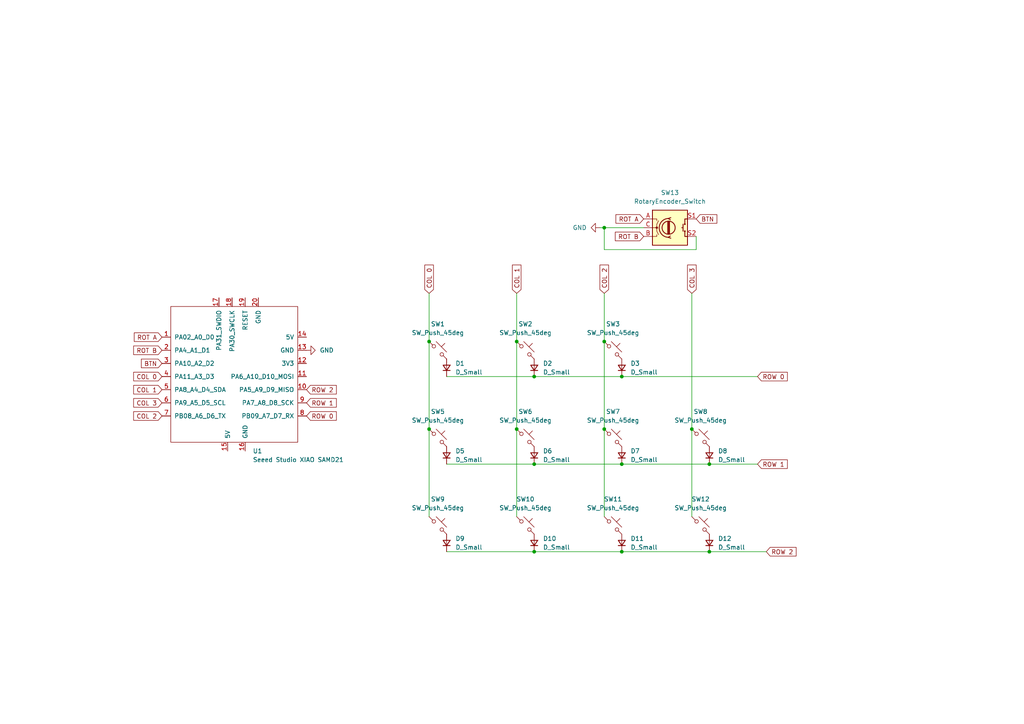
<source format=kicad_sch>
(kicad_sch
	(version 20231120)
	(generator "eeschema")
	(generator_version "8.0")
	(uuid "254a4299-a9b7-4001-96c1-e54fcf928fce")
	(paper "A4")
	(lib_symbols
		(symbol "Device:D_Small"
			(pin_numbers hide)
			(pin_names
				(offset 0.254) hide)
			(exclude_from_sim no)
			(in_bom yes)
			(on_board yes)
			(property "Reference" "D"
				(at -1.27 2.032 0)
				(effects
					(font
						(size 1.27 1.27)
					)
					(justify left)
				)
			)
			(property "Value" "D_Small"
				(at -3.81 -2.032 0)
				(effects
					(font
						(size 1.27 1.27)
					)
					(justify left)
				)
			)
			(property "Footprint" ""
				(at 0 0 90)
				(effects
					(font
						(size 1.27 1.27)
					)
					(hide yes)
				)
			)
			(property "Datasheet" "~"
				(at 0 0 90)
				(effects
					(font
						(size 1.27 1.27)
					)
					(hide yes)
				)
			)
			(property "Description" "Diode, small symbol"
				(at 0 0 0)
				(effects
					(font
						(size 1.27 1.27)
					)
					(hide yes)
				)
			)
			(property "Sim.Device" "D"
				(at 0 0 0)
				(effects
					(font
						(size 1.27 1.27)
					)
					(hide yes)
				)
			)
			(property "Sim.Pins" "1=K 2=A"
				(at 0 0 0)
				(effects
					(font
						(size 1.27 1.27)
					)
					(hide yes)
				)
			)
			(property "ki_keywords" "diode"
				(at 0 0 0)
				(effects
					(font
						(size 1.27 1.27)
					)
					(hide yes)
				)
			)
			(property "ki_fp_filters" "TO-???* *_Diode_* *SingleDiode* D_*"
				(at 0 0 0)
				(effects
					(font
						(size 1.27 1.27)
					)
					(hide yes)
				)
			)
			(symbol "D_Small_0_1"
				(polyline
					(pts
						(xy -0.762 -1.016) (xy -0.762 1.016)
					)
					(stroke
						(width 0.254)
						(type default)
					)
					(fill
						(type none)
					)
				)
				(polyline
					(pts
						(xy -0.762 0) (xy 0.762 0)
					)
					(stroke
						(width 0)
						(type default)
					)
					(fill
						(type none)
					)
				)
				(polyline
					(pts
						(xy 0.762 -1.016) (xy -0.762 0) (xy 0.762 1.016) (xy 0.762 -1.016)
					)
					(stroke
						(width 0.254)
						(type default)
					)
					(fill
						(type none)
					)
				)
			)
			(symbol "D_Small_1_1"
				(pin passive line
					(at -2.54 0 0)
					(length 1.778)
					(name "K"
						(effects
							(font
								(size 1.27 1.27)
							)
						)
					)
					(number "1"
						(effects
							(font
								(size 1.27 1.27)
							)
						)
					)
				)
				(pin passive line
					(at 2.54 0 180)
					(length 1.778)
					(name "A"
						(effects
							(font
								(size 1.27 1.27)
							)
						)
					)
					(number "2"
						(effects
							(font
								(size 1.27 1.27)
							)
						)
					)
				)
			)
		)
		(symbol "Device:RotaryEncoder_Switch"
			(pin_names
				(offset 0.254) hide)
			(exclude_from_sim no)
			(in_bom yes)
			(on_board yes)
			(property "Reference" "SW"
				(at 0 6.604 0)
				(effects
					(font
						(size 1.27 1.27)
					)
				)
			)
			(property "Value" "RotaryEncoder_Switch"
				(at 0 -6.604 0)
				(effects
					(font
						(size 1.27 1.27)
					)
				)
			)
			(property "Footprint" ""
				(at -3.81 4.064 0)
				(effects
					(font
						(size 1.27 1.27)
					)
					(hide yes)
				)
			)
			(property "Datasheet" "~"
				(at 0 6.604 0)
				(effects
					(font
						(size 1.27 1.27)
					)
					(hide yes)
				)
			)
			(property "Description" "Rotary encoder, dual channel, incremental quadrate outputs, with switch"
				(at 0 0 0)
				(effects
					(font
						(size 1.27 1.27)
					)
					(hide yes)
				)
			)
			(property "ki_keywords" "rotary switch encoder switch push button"
				(at 0 0 0)
				(effects
					(font
						(size 1.27 1.27)
					)
					(hide yes)
				)
			)
			(property "ki_fp_filters" "RotaryEncoder*Switch*"
				(at 0 0 0)
				(effects
					(font
						(size 1.27 1.27)
					)
					(hide yes)
				)
			)
			(symbol "RotaryEncoder_Switch_0_1"
				(rectangle
					(start -5.08 5.08)
					(end 5.08 -5.08)
					(stroke
						(width 0.254)
						(type default)
					)
					(fill
						(type background)
					)
				)
				(circle
					(center -3.81 0)
					(radius 0.254)
					(stroke
						(width 0)
						(type default)
					)
					(fill
						(type outline)
					)
				)
				(circle
					(center -0.381 0)
					(radius 1.905)
					(stroke
						(width 0.254)
						(type default)
					)
					(fill
						(type none)
					)
				)
				(arc
					(start -0.381 2.667)
					(mid -3.0988 -0.0635)
					(end -0.381 -2.794)
					(stroke
						(width 0.254)
						(type default)
					)
					(fill
						(type none)
					)
				)
				(polyline
					(pts
						(xy -0.635 -1.778) (xy -0.635 1.778)
					)
					(stroke
						(width 0.254)
						(type default)
					)
					(fill
						(type none)
					)
				)
				(polyline
					(pts
						(xy -0.381 -1.778) (xy -0.381 1.778)
					)
					(stroke
						(width 0.254)
						(type default)
					)
					(fill
						(type none)
					)
				)
				(polyline
					(pts
						(xy -0.127 1.778) (xy -0.127 -1.778)
					)
					(stroke
						(width 0.254)
						(type default)
					)
					(fill
						(type none)
					)
				)
				(polyline
					(pts
						(xy 3.81 0) (xy 3.429 0)
					)
					(stroke
						(width 0.254)
						(type default)
					)
					(fill
						(type none)
					)
				)
				(polyline
					(pts
						(xy 3.81 1.016) (xy 3.81 -1.016)
					)
					(stroke
						(width 0.254)
						(type default)
					)
					(fill
						(type none)
					)
				)
				(polyline
					(pts
						(xy -5.08 -2.54) (xy -3.81 -2.54) (xy -3.81 -2.032)
					)
					(stroke
						(width 0)
						(type default)
					)
					(fill
						(type none)
					)
				)
				(polyline
					(pts
						(xy -5.08 2.54) (xy -3.81 2.54) (xy -3.81 2.032)
					)
					(stroke
						(width 0)
						(type default)
					)
					(fill
						(type none)
					)
				)
				(polyline
					(pts
						(xy 0.254 -3.048) (xy -0.508 -2.794) (xy 0.127 -2.413)
					)
					(stroke
						(width 0.254)
						(type default)
					)
					(fill
						(type none)
					)
				)
				(polyline
					(pts
						(xy 0.254 2.921) (xy -0.508 2.667) (xy 0.127 2.286)
					)
					(stroke
						(width 0.254)
						(type default)
					)
					(fill
						(type none)
					)
				)
				(polyline
					(pts
						(xy 5.08 -2.54) (xy 4.318 -2.54) (xy 4.318 -1.016)
					)
					(stroke
						(width 0.254)
						(type default)
					)
					(fill
						(type none)
					)
				)
				(polyline
					(pts
						(xy 5.08 2.54) (xy 4.318 2.54) (xy 4.318 1.016)
					)
					(stroke
						(width 0.254)
						(type default)
					)
					(fill
						(type none)
					)
				)
				(polyline
					(pts
						(xy -5.08 0) (xy -3.81 0) (xy -3.81 -1.016) (xy -3.302 -2.032)
					)
					(stroke
						(width 0)
						(type default)
					)
					(fill
						(type none)
					)
				)
				(polyline
					(pts
						(xy -4.318 0) (xy -3.81 0) (xy -3.81 1.016) (xy -3.302 2.032)
					)
					(stroke
						(width 0)
						(type default)
					)
					(fill
						(type none)
					)
				)
				(circle
					(center 4.318 -1.016)
					(radius 0.127)
					(stroke
						(width 0.254)
						(type default)
					)
					(fill
						(type none)
					)
				)
				(circle
					(center 4.318 1.016)
					(radius 0.127)
					(stroke
						(width 0.254)
						(type default)
					)
					(fill
						(type none)
					)
				)
			)
			(symbol "RotaryEncoder_Switch_1_1"
				(pin passive line
					(at -7.62 2.54 0)
					(length 2.54)
					(name "A"
						(effects
							(font
								(size 1.27 1.27)
							)
						)
					)
					(number "A"
						(effects
							(font
								(size 1.27 1.27)
							)
						)
					)
				)
				(pin passive line
					(at -7.62 -2.54 0)
					(length 2.54)
					(name "B"
						(effects
							(font
								(size 1.27 1.27)
							)
						)
					)
					(number "B"
						(effects
							(font
								(size 1.27 1.27)
							)
						)
					)
				)
				(pin passive line
					(at -7.62 0 0)
					(length 2.54)
					(name "C"
						(effects
							(font
								(size 1.27 1.27)
							)
						)
					)
					(number "C"
						(effects
							(font
								(size 1.27 1.27)
							)
						)
					)
				)
				(pin passive line
					(at 7.62 2.54 180)
					(length 2.54)
					(name "S1"
						(effects
							(font
								(size 1.27 1.27)
							)
						)
					)
					(number "S1"
						(effects
							(font
								(size 1.27 1.27)
							)
						)
					)
				)
				(pin passive line
					(at 7.62 -2.54 180)
					(length 2.54)
					(name "S2"
						(effects
							(font
								(size 1.27 1.27)
							)
						)
					)
					(number "S2"
						(effects
							(font
								(size 1.27 1.27)
							)
						)
					)
				)
			)
		)
		(symbol "Seeed_Studio_XIAO_Series:Seeed Studio XIAO SAMD21"
			(pin_names
				(offset 1.016)
			)
			(exclude_from_sim no)
			(in_bom yes)
			(on_board yes)
			(property "Reference" "U"
				(at -19.05 22.86 0)
				(effects
					(font
						(size 1.27 1.27)
					)
				)
			)
			(property "Value" "Seeed Studio XIAO SAMD21"
				(at -12.7 21.59 0)
				(effects
					(font
						(size 1.27 1.27)
					)
				)
			)
			(property "Footprint" ""
				(at -8.89 5.08 0)
				(effects
					(font
						(size 1.27 1.27)
					)
					(hide yes)
				)
			)
			(property "Datasheet" ""
				(at -8.89 5.08 0)
				(effects
					(font
						(size 1.27 1.27)
					)
					(hide yes)
				)
			)
			(property "Description" ""
				(at 0 0 0)
				(effects
					(font
						(size 1.27 1.27)
					)
					(hide yes)
				)
			)
			(symbol "Seeed Studio XIAO SAMD21_0_1"
				(rectangle
					(start -19.05 20.32)
					(end 17.78 -19.05)
					(stroke
						(width 0)
						(type default)
					)
					(fill
						(type none)
					)
				)
			)
			(symbol "Seeed Studio XIAO SAMD21_1_1"
				(pin unspecified line
					(at -21.59 11.43 0)
					(length 2.54)
					(name "PA02_A0_D0"
						(effects
							(font
								(size 1.27 1.27)
							)
						)
					)
					(number "1"
						(effects
							(font
								(size 1.27 1.27)
							)
						)
					)
				)
				(pin unspecified line
					(at 20.32 -3.81 180)
					(length 2.54)
					(name "PA5_A9_D9_MISO"
						(effects
							(font
								(size 1.27 1.27)
							)
						)
					)
					(number "10"
						(effects
							(font
								(size 1.27 1.27)
							)
						)
					)
				)
				(pin unspecified line
					(at 20.32 0 180)
					(length 2.54)
					(name "PA6_A10_D10_MOSI"
						(effects
							(font
								(size 1.27 1.27)
							)
						)
					)
					(number "11"
						(effects
							(font
								(size 1.27 1.27)
							)
						)
					)
				)
				(pin unspecified line
					(at 20.32 3.81 180)
					(length 2.54)
					(name "3V3"
						(effects
							(font
								(size 1.27 1.27)
							)
						)
					)
					(number "12"
						(effects
							(font
								(size 1.27 1.27)
							)
						)
					)
				)
				(pin unspecified line
					(at 20.32 7.62 180)
					(length 2.54)
					(name "GND"
						(effects
							(font
								(size 1.27 1.27)
							)
						)
					)
					(number "13"
						(effects
							(font
								(size 1.27 1.27)
							)
						)
					)
				)
				(pin unspecified line
					(at 20.32 11.43 180)
					(length 2.54)
					(name "5V"
						(effects
							(font
								(size 1.27 1.27)
							)
						)
					)
					(number "14"
						(effects
							(font
								(size 1.27 1.27)
							)
						)
					)
				)
				(pin input line
					(at -2.54 -21.59 90)
					(length 2.54)
					(name "5V"
						(effects
							(font
								(size 1.27 1.27)
							)
						)
					)
					(number "15"
						(effects
							(font
								(size 1.27 1.27)
							)
						)
					)
				)
				(pin input line
					(at 2.54 -21.59 90)
					(length 2.54)
					(name "GND"
						(effects
							(font
								(size 1.27 1.27)
							)
						)
					)
					(number "16"
						(effects
							(font
								(size 1.27 1.27)
							)
						)
					)
				)
				(pin input line
					(at -5.08 22.86 270)
					(length 2.54)
					(name "PA31_SWDIO"
						(effects
							(font
								(size 1.27 1.27)
							)
						)
					)
					(number "17"
						(effects
							(font
								(size 1.27 1.27)
							)
						)
					)
				)
				(pin input line
					(at -1.27 22.86 270)
					(length 2.54)
					(name "PA30_SWCLK"
						(effects
							(font
								(size 1.27 1.27)
							)
						)
					)
					(number "18"
						(effects
							(font
								(size 1.27 1.27)
							)
						)
					)
				)
				(pin input line
					(at 2.54 22.86 270)
					(length 2.54)
					(name "RESET"
						(effects
							(font
								(size 1.27 1.27)
							)
						)
					)
					(number "19"
						(effects
							(font
								(size 1.27 1.27)
							)
						)
					)
				)
				(pin unspecified line
					(at -21.59 7.62 0)
					(length 2.54)
					(name "PA4_A1_D1"
						(effects
							(font
								(size 1.27 1.27)
							)
						)
					)
					(number "2"
						(effects
							(font
								(size 1.27 1.27)
							)
						)
					)
				)
				(pin input line
					(at 6.35 22.86 270)
					(length 2.54)
					(name "GND"
						(effects
							(font
								(size 1.27 1.27)
							)
						)
					)
					(number "20"
						(effects
							(font
								(size 1.27 1.27)
							)
						)
					)
				)
				(pin unspecified line
					(at -21.59 3.81 0)
					(length 2.54)
					(name "PA10_A2_D2"
						(effects
							(font
								(size 1.27 1.27)
							)
						)
					)
					(number "3"
						(effects
							(font
								(size 1.27 1.27)
							)
						)
					)
				)
				(pin unspecified line
					(at -21.59 0 0)
					(length 2.54)
					(name "PA11_A3_D3"
						(effects
							(font
								(size 1.27 1.27)
							)
						)
					)
					(number "4"
						(effects
							(font
								(size 1.27 1.27)
							)
						)
					)
				)
				(pin unspecified line
					(at -21.59 -3.81 0)
					(length 2.54)
					(name "PA8_A4_D4_SDA"
						(effects
							(font
								(size 1.27 1.27)
							)
						)
					)
					(number "5"
						(effects
							(font
								(size 1.27 1.27)
							)
						)
					)
				)
				(pin unspecified line
					(at -21.59 -7.62 0)
					(length 2.54)
					(name "PA9_A5_D5_SCL"
						(effects
							(font
								(size 1.27 1.27)
							)
						)
					)
					(number "6"
						(effects
							(font
								(size 1.27 1.27)
							)
						)
					)
				)
				(pin unspecified line
					(at -21.59 -11.43 0)
					(length 2.54)
					(name "PB08_A6_D6_TX"
						(effects
							(font
								(size 1.27 1.27)
							)
						)
					)
					(number "7"
						(effects
							(font
								(size 1.27 1.27)
							)
						)
					)
				)
				(pin unspecified line
					(at 20.32 -11.43 180)
					(length 2.54)
					(name "PB09_A7_D7_RX"
						(effects
							(font
								(size 1.27 1.27)
							)
						)
					)
					(number "8"
						(effects
							(font
								(size 1.27 1.27)
							)
						)
					)
				)
				(pin unspecified line
					(at 20.32 -7.62 180)
					(length 2.54)
					(name "PA7_A8_D8_SCK"
						(effects
							(font
								(size 1.27 1.27)
							)
						)
					)
					(number "9"
						(effects
							(font
								(size 1.27 1.27)
							)
						)
					)
				)
			)
		)
		(symbol "Switch:SW_Push_45deg"
			(pin_numbers hide)
			(pin_names
				(offset 1.016) hide)
			(exclude_from_sim no)
			(in_bom yes)
			(on_board yes)
			(property "Reference" "SW"
				(at 3.048 1.016 0)
				(effects
					(font
						(size 1.27 1.27)
					)
					(justify left)
				)
			)
			(property "Value" "SW_Push_45deg"
				(at 0 -3.81 0)
				(effects
					(font
						(size 1.27 1.27)
					)
				)
			)
			(property "Footprint" ""
				(at 0 0 0)
				(effects
					(font
						(size 1.27 1.27)
					)
					(hide yes)
				)
			)
			(property "Datasheet" "~"
				(at 0 0 0)
				(effects
					(font
						(size 1.27 1.27)
					)
					(hide yes)
				)
			)
			(property "Description" "Push button switch, normally open, two pins, 45° tilted"
				(at 0 0 0)
				(effects
					(font
						(size 1.27 1.27)
					)
					(hide yes)
				)
			)
			(property "ki_keywords" "switch normally-open pushbutton push-button"
				(at 0 0 0)
				(effects
					(font
						(size 1.27 1.27)
					)
					(hide yes)
				)
			)
			(symbol "SW_Push_45deg_0_1"
				(circle
					(center -1.1684 1.1684)
					(radius 0.508)
					(stroke
						(width 0)
						(type default)
					)
					(fill
						(type none)
					)
				)
				(polyline
					(pts
						(xy -0.508 2.54) (xy 2.54 -0.508)
					)
					(stroke
						(width 0)
						(type default)
					)
					(fill
						(type none)
					)
				)
				(polyline
					(pts
						(xy 1.016 1.016) (xy 2.032 2.032)
					)
					(stroke
						(width 0)
						(type default)
					)
					(fill
						(type none)
					)
				)
				(polyline
					(pts
						(xy -2.54 2.54) (xy -1.524 1.524) (xy -1.524 1.524)
					)
					(stroke
						(width 0)
						(type default)
					)
					(fill
						(type none)
					)
				)
				(polyline
					(pts
						(xy 1.524 -1.524) (xy 2.54 -2.54) (xy 2.54 -2.54) (xy 2.54 -2.54)
					)
					(stroke
						(width 0)
						(type default)
					)
					(fill
						(type none)
					)
				)
				(circle
					(center 1.143 -1.1938)
					(radius 0.508)
					(stroke
						(width 0)
						(type default)
					)
					(fill
						(type none)
					)
				)
				(pin passive line
					(at -2.54 2.54 0)
					(length 0)
					(name "1"
						(effects
							(font
								(size 1.27 1.27)
							)
						)
					)
					(number "1"
						(effects
							(font
								(size 1.27 1.27)
							)
						)
					)
				)
				(pin passive line
					(at 2.54 -2.54 180)
					(length 0)
					(name "2"
						(effects
							(font
								(size 1.27 1.27)
							)
						)
					)
					(number "2"
						(effects
							(font
								(size 1.27 1.27)
							)
						)
					)
				)
			)
		)
		(symbol "power:GND"
			(power)
			(pin_numbers hide)
			(pin_names
				(offset 0) hide)
			(exclude_from_sim no)
			(in_bom yes)
			(on_board yes)
			(property "Reference" "#PWR"
				(at 0 -6.35 0)
				(effects
					(font
						(size 1.27 1.27)
					)
					(hide yes)
				)
			)
			(property "Value" "GND"
				(at 0 -3.81 0)
				(effects
					(font
						(size 1.27 1.27)
					)
				)
			)
			(property "Footprint" ""
				(at 0 0 0)
				(effects
					(font
						(size 1.27 1.27)
					)
					(hide yes)
				)
			)
			(property "Datasheet" ""
				(at 0 0 0)
				(effects
					(font
						(size 1.27 1.27)
					)
					(hide yes)
				)
			)
			(property "Description" "Power symbol creates a global label with name \"GND\" , ground"
				(at 0 0 0)
				(effects
					(font
						(size 1.27 1.27)
					)
					(hide yes)
				)
			)
			(property "ki_keywords" "global power"
				(at 0 0 0)
				(effects
					(font
						(size 1.27 1.27)
					)
					(hide yes)
				)
			)
			(symbol "GND_0_1"
				(polyline
					(pts
						(xy 0 0) (xy 0 -1.27) (xy 1.27 -1.27) (xy 0 -2.54) (xy -1.27 -1.27) (xy 0 -1.27)
					)
					(stroke
						(width 0)
						(type default)
					)
					(fill
						(type none)
					)
				)
			)
			(symbol "GND_1_1"
				(pin power_in line
					(at 0 0 270)
					(length 0)
					(name "~"
						(effects
							(font
								(size 1.27 1.27)
							)
						)
					)
					(number "1"
						(effects
							(font
								(size 1.27 1.27)
							)
						)
					)
				)
			)
		)
	)
	(junction
		(at 180.34 109.22)
		(diameter 0)
		(color 0 0 0 0)
		(uuid "0bef90e3-acae-4f68-9f55-8cd0b8de7304")
	)
	(junction
		(at 180.34 160.02)
		(diameter 0)
		(color 0 0 0 0)
		(uuid "1be8557a-8bca-44b4-bcaa-6ce558a7b159")
	)
	(junction
		(at 154.94 109.22)
		(diameter 0)
		(color 0 0 0 0)
		(uuid "3cec3cb7-6806-4b2b-90f6-730195ed7fd4")
	)
	(junction
		(at 205.74 134.62)
		(diameter 0)
		(color 0 0 0 0)
		(uuid "5a896f3e-914e-45f9-acd5-05aab65eabba")
	)
	(junction
		(at 149.86 124.46)
		(diameter 0)
		(color 0 0 0 0)
		(uuid "5e886cb1-4b36-44ed-b1f1-733cb9d31ba7")
	)
	(junction
		(at 149.86 99.06)
		(diameter 0)
		(color 0 0 0 0)
		(uuid "618b4e35-d29e-4f5f-a250-c982356ae261")
	)
	(junction
		(at 175.26 66.04)
		(diameter 0)
		(color 0 0 0 0)
		(uuid "6b50fc5c-6066-4e6b-b07c-79e4348628eb")
	)
	(junction
		(at 124.46 124.46)
		(diameter 0)
		(color 0 0 0 0)
		(uuid "6d0f623b-b044-4101-b7cb-72c3b95f038e")
	)
	(junction
		(at 154.94 160.02)
		(diameter 0)
		(color 0 0 0 0)
		(uuid "80c824ee-9cf5-49ee-8238-98bf36e0858e")
	)
	(junction
		(at 200.66 124.46)
		(diameter 0)
		(color 0 0 0 0)
		(uuid "a5aebab3-0b60-48c4-b706-3dda070bfd39")
	)
	(junction
		(at 180.34 134.62)
		(diameter 0)
		(color 0 0 0 0)
		(uuid "b3da6a49-1423-4490-ab85-9833ec227823")
	)
	(junction
		(at 205.74 160.02)
		(diameter 0)
		(color 0 0 0 0)
		(uuid "cecff86a-9b71-417c-a32d-2c4833d6c1ac")
	)
	(junction
		(at 124.46 99.06)
		(diameter 0)
		(color 0 0 0 0)
		(uuid "d0e54dd3-abe1-40ae-9412-9167534081a0")
	)
	(junction
		(at 175.26 124.46)
		(diameter 0)
		(color 0 0 0 0)
		(uuid "d50270ae-3005-485f-b25b-86bc51c585ba")
	)
	(junction
		(at 175.26 99.06)
		(diameter 0)
		(color 0 0 0 0)
		(uuid "f84bdc95-953a-49bb-a578-6288ab8a526a")
	)
	(junction
		(at 154.94 134.62)
		(diameter 0)
		(color 0 0 0 0)
		(uuid "f9260ba6-522c-4806-8efe-36dae045dd59")
	)
	(wire
		(pts
			(xy 124.46 85.09) (xy 124.46 99.06)
		)
		(stroke
			(width 0)
			(type default)
		)
		(uuid "06a9c410-c8ab-47b3-9421-f3aba6376ac7")
	)
	(wire
		(pts
			(xy 180.34 160.02) (xy 205.74 160.02)
		)
		(stroke
			(width 0)
			(type default)
		)
		(uuid "1553aae0-aa09-45f0-b371-a43745e1a63a")
	)
	(wire
		(pts
			(xy 149.86 99.06) (xy 149.86 124.46)
		)
		(stroke
			(width 0)
			(type default)
		)
		(uuid "1e21748a-86c6-4a8d-81ab-df0339175bce")
	)
	(wire
		(pts
			(xy 180.34 109.22) (xy 219.71 109.22)
		)
		(stroke
			(width 0)
			(type default)
		)
		(uuid "20283bde-5de5-4111-86a6-2d0e30bcc51b")
	)
	(wire
		(pts
			(xy 205.74 160.02) (xy 222.25 160.02)
		)
		(stroke
			(width 0)
			(type default)
		)
		(uuid "367eec25-7751-41e5-ba10-097ceb12561d")
	)
	(wire
		(pts
			(xy 201.93 68.58) (xy 201.93 72.39)
		)
		(stroke
			(width 0)
			(type default)
		)
		(uuid "46586c1d-7e01-4553-9c35-cfdbf23f07bf")
	)
	(wire
		(pts
			(xy 205.74 134.62) (xy 219.71 134.62)
		)
		(stroke
			(width 0)
			(type default)
		)
		(uuid "51b536b7-1d15-4b0f-a11e-059657bc1eca")
	)
	(wire
		(pts
			(xy 154.94 109.22) (xy 180.34 109.22)
		)
		(stroke
			(width 0)
			(type default)
		)
		(uuid "53f0224b-f7ea-4532-9be2-6584f1b75b6d")
	)
	(wire
		(pts
			(xy 149.86 124.46) (xy 149.86 149.86)
		)
		(stroke
			(width 0)
			(type default)
		)
		(uuid "55542f8e-aee4-42a0-9744-4f4554d7ac8d")
	)
	(wire
		(pts
			(xy 173.99 66.04) (xy 175.26 66.04)
		)
		(stroke
			(width 0)
			(type default)
		)
		(uuid "57185fbf-9d89-4654-8bff-088a0c1dac9f")
	)
	(wire
		(pts
			(xy 175.26 66.04) (xy 186.69 66.04)
		)
		(stroke
			(width 0)
			(type default)
		)
		(uuid "61e66901-0276-42dc-a878-f87c8699063a")
	)
	(wire
		(pts
			(xy 200.66 124.46) (xy 200.66 149.86)
		)
		(stroke
			(width 0)
			(type default)
		)
		(uuid "672553a3-f5ab-4964-a21f-8f029758ce22")
	)
	(wire
		(pts
			(xy 154.94 134.62) (xy 180.34 134.62)
		)
		(stroke
			(width 0)
			(type default)
		)
		(uuid "7abe9344-cc2e-419b-90ee-be8a373e0452")
	)
	(wire
		(pts
			(xy 129.54 134.62) (xy 154.94 134.62)
		)
		(stroke
			(width 0)
			(type default)
		)
		(uuid "7fc03482-41bd-4d9b-8508-e61a4db9e250")
	)
	(wire
		(pts
			(xy 154.94 160.02) (xy 180.34 160.02)
		)
		(stroke
			(width 0)
			(type default)
		)
		(uuid "7fc47454-46b8-45d1-b452-b772f1523ba1")
	)
	(wire
		(pts
			(xy 149.86 85.09) (xy 149.86 99.06)
		)
		(stroke
			(width 0)
			(type default)
		)
		(uuid "8a3af886-b527-4628-a4ad-fa4178f9fd96")
	)
	(wire
		(pts
			(xy 129.54 109.22) (xy 154.94 109.22)
		)
		(stroke
			(width 0)
			(type default)
		)
		(uuid "9addcb05-71d5-4b08-be13-6204431fa2b1")
	)
	(wire
		(pts
			(xy 124.46 124.46) (xy 124.46 149.86)
		)
		(stroke
			(width 0)
			(type default)
		)
		(uuid "b03618f3-f945-44a0-acbb-4f42ec125b3d")
	)
	(wire
		(pts
			(xy 175.26 72.39) (xy 175.26 66.04)
		)
		(stroke
			(width 0)
			(type default)
		)
		(uuid "c9f2808e-2374-4d35-b552-e1a17eec6804")
	)
	(wire
		(pts
			(xy 201.93 72.39) (xy 175.26 72.39)
		)
		(stroke
			(width 0)
			(type default)
		)
		(uuid "dd9663c1-2e77-4f30-bab1-410fa269673c")
	)
	(wire
		(pts
			(xy 200.66 85.09) (xy 200.66 124.46)
		)
		(stroke
			(width 0)
			(type default)
		)
		(uuid "e3c1827e-d68e-412e-b469-009469ae7bbc")
	)
	(wire
		(pts
			(xy 175.26 124.46) (xy 175.26 149.86)
		)
		(stroke
			(width 0)
			(type default)
		)
		(uuid "e472fddb-1e51-4cc4-a715-c4032c8718de")
	)
	(wire
		(pts
			(xy 180.34 134.62) (xy 205.74 134.62)
		)
		(stroke
			(width 0)
			(type default)
		)
		(uuid "e7988ce5-cef6-4b81-bf05-491cbf970f1d")
	)
	(wire
		(pts
			(xy 175.26 99.06) (xy 175.26 124.46)
		)
		(stroke
			(width 0)
			(type default)
		)
		(uuid "f2165e51-b8a6-42a7-83cf-e73f155ce9c4")
	)
	(wire
		(pts
			(xy 129.54 160.02) (xy 154.94 160.02)
		)
		(stroke
			(width 0)
			(type default)
		)
		(uuid "fba229ca-0145-4e0c-8494-b7da2a9fbab0")
	)
	(wire
		(pts
			(xy 175.26 85.09) (xy 175.26 99.06)
		)
		(stroke
			(width 0)
			(type default)
		)
		(uuid "fdffed98-8203-4312-af4b-37dad53a54c8")
	)
	(wire
		(pts
			(xy 124.46 99.06) (xy 124.46 124.46)
		)
		(stroke
			(width 0)
			(type default)
		)
		(uuid "ffdd1207-ebde-4ffc-91ba-268bca254aad")
	)
	(global_label "ROW 2"
		(shape input)
		(at 222.25 160.02 0)
		(fields_autoplaced yes)
		(effects
			(font
				(size 1.27 1.27)
			)
			(justify left)
		)
		(uuid "004cf89f-c6b9-4e7b-bb78-a77513c77358")
		(property "Intersheetrefs" "${INTERSHEET_REFS}"
			(at 231.4642 160.02 0)
			(effects
				(font
					(size 1.27 1.27)
				)
				(justify left)
				(hide yes)
			)
		)
	)
	(global_label "ROT B"
		(shape input)
		(at 46.99 101.6 180)
		(fields_autoplaced yes)
		(effects
			(font
				(size 1.27 1.27)
			)
			(justify right)
		)
		(uuid "018f19b1-3121-4042-a518-86708768602a")
		(property "Intersheetrefs" "${INTERSHEET_REFS}"
			(at 38.1991 101.6 0)
			(effects
				(font
					(size 1.27 1.27)
				)
				(justify right)
				(hide yes)
			)
		)
	)
	(global_label "ROW 2"
		(shape input)
		(at 88.9 113.03 0)
		(fields_autoplaced yes)
		(effects
			(font
				(size 1.27 1.27)
			)
			(justify left)
		)
		(uuid "09636a84-766c-4d92-8baa-aef9a34fec92")
		(property "Intersheetrefs" "${INTERSHEET_REFS}"
			(at 98.1142 113.03 0)
			(effects
				(font
					(size 1.27 1.27)
				)
				(justify left)
				(hide yes)
			)
		)
	)
	(global_label "COL 1"
		(shape input)
		(at 46.99 113.03 180)
		(fields_autoplaced yes)
		(effects
			(font
				(size 1.27 1.27)
			)
			(justify right)
		)
		(uuid "1e721095-4e4b-4560-9723-5c28d7145259")
		(property "Intersheetrefs" "${INTERSHEET_REFS}"
			(at 38.1991 113.03 0)
			(effects
				(font
					(size 1.27 1.27)
				)
				(justify right)
				(hide yes)
			)
		)
	)
	(global_label "BTN"
		(shape input)
		(at 201.93 63.5 0)
		(fields_autoplaced yes)
		(effects
			(font
				(size 1.27 1.27)
			)
			(justify left)
		)
		(uuid "32790fe7-d6b8-483f-ae86-127df0103101")
		(property "Intersheetrefs" "${INTERSHEET_REFS}"
			(at 208.4833 63.5 0)
			(effects
				(font
					(size 1.27 1.27)
				)
				(justify left)
				(hide yes)
			)
		)
	)
	(global_label "COL 2"
		(shape input)
		(at 46.99 120.65 180)
		(fields_autoplaced yes)
		(effects
			(font
				(size 1.27 1.27)
			)
			(justify right)
		)
		(uuid "33740539-c477-4ac7-8857-6b74b73a1e24")
		(property "Intersheetrefs" "${INTERSHEET_REFS}"
			(at 38.1991 120.65 0)
			(effects
				(font
					(size 1.27 1.27)
				)
				(justify right)
				(hide yes)
			)
		)
	)
	(global_label "COL 0"
		(shape input)
		(at 124.46 85.09 90)
		(fields_autoplaced yes)
		(effects
			(font
				(size 1.27 1.27)
			)
			(justify left)
		)
		(uuid "5826f95b-63f1-4cce-8dd6-960c38b55b29")
		(property "Intersheetrefs" "${INTERSHEET_REFS}"
			(at 124.46 76.2991 90)
			(effects
				(font
					(size 1.27 1.27)
				)
				(justify left)
				(hide yes)
			)
		)
	)
	(global_label "ROW 0"
		(shape input)
		(at 219.71 109.22 0)
		(fields_autoplaced yes)
		(effects
			(font
				(size 1.27 1.27)
			)
			(justify left)
		)
		(uuid "6350d11b-376b-48b2-acb7-66fecdb5c6fd")
		(property "Intersheetrefs" "${INTERSHEET_REFS}"
			(at 228.9242 109.22 0)
			(effects
				(font
					(size 1.27 1.27)
				)
				(justify left)
				(hide yes)
			)
		)
	)
	(global_label "COL 1"
		(shape input)
		(at 149.86 85.09 90)
		(fields_autoplaced yes)
		(effects
			(font
				(size 1.27 1.27)
			)
			(justify left)
		)
		(uuid "8e097fce-25a0-4c97-860f-21d4ddbad21a")
		(property "Intersheetrefs" "${INTERSHEET_REFS}"
			(at 149.86 76.2991 90)
			(effects
				(font
					(size 1.27 1.27)
				)
				(justify left)
				(hide yes)
			)
		)
	)
	(global_label "COL 2"
		(shape input)
		(at 175.26 85.09 90)
		(fields_autoplaced yes)
		(effects
			(font
				(size 1.27 1.27)
			)
			(justify left)
		)
		(uuid "9770938a-21b3-4f0c-8345-4ffc0aa6abd9")
		(property "Intersheetrefs" "${INTERSHEET_REFS}"
			(at 175.26 76.2991 90)
			(effects
				(font
					(size 1.27 1.27)
				)
				(justify left)
				(hide yes)
			)
		)
	)
	(global_label "COL 3"
		(shape input)
		(at 200.66 85.09 90)
		(fields_autoplaced yes)
		(effects
			(font
				(size 1.27 1.27)
			)
			(justify left)
		)
		(uuid "9e679c7a-df9f-4536-95d7-1a6aea968ff2")
		(property "Intersheetrefs" "${INTERSHEET_REFS}"
			(at 200.66 76.2991 90)
			(effects
				(font
					(size 1.27 1.27)
				)
				(justify left)
				(hide yes)
			)
		)
	)
	(global_label "COL 3"
		(shape input)
		(at 46.99 116.84 180)
		(fields_autoplaced yes)
		(effects
			(font
				(size 1.27 1.27)
			)
			(justify right)
		)
		(uuid "ae9b4d19-74b5-4f10-93b3-6164d8f672c2")
		(property "Intersheetrefs" "${INTERSHEET_REFS}"
			(at 38.1991 116.84 0)
			(effects
				(font
					(size 1.27 1.27)
				)
				(justify right)
				(hide yes)
			)
		)
	)
	(global_label "ROT A"
		(shape input)
		(at 186.69 63.5 180)
		(fields_autoplaced yes)
		(effects
			(font
				(size 1.27 1.27)
			)
			(justify right)
		)
		(uuid "af98679b-40ab-4b9f-b8cb-fdda0699771d")
		(property "Intersheetrefs" "${INTERSHEET_REFS}"
			(at 178.0805 63.5 0)
			(effects
				(font
					(size 1.27 1.27)
				)
				(justify right)
				(hide yes)
			)
		)
	)
	(global_label "ROW 0"
		(shape input)
		(at 88.9 120.65 0)
		(fields_autoplaced yes)
		(effects
			(font
				(size 1.27 1.27)
			)
			(justify left)
		)
		(uuid "b4e2bc52-a81d-4a34-9f8f-abb40faf3e00")
		(property "Intersheetrefs" "${INTERSHEET_REFS}"
			(at 98.1142 120.65 0)
			(effects
				(font
					(size 1.27 1.27)
				)
				(justify left)
				(hide yes)
			)
		)
	)
	(global_label "ROW 1"
		(shape input)
		(at 219.71 134.62 0)
		(fields_autoplaced yes)
		(effects
			(font
				(size 1.27 1.27)
			)
			(justify left)
		)
		(uuid "c926977a-3016-42a3-ba63-f1fb10b75bd3")
		(property "Intersheetrefs" "${INTERSHEET_REFS}"
			(at 228.9242 134.62 0)
			(effects
				(font
					(size 1.27 1.27)
				)
				(justify left)
				(hide yes)
			)
		)
	)
	(global_label "COL 0"
		(shape input)
		(at 46.99 109.22 180)
		(fields_autoplaced yes)
		(effects
			(font
				(size 1.27 1.27)
			)
			(justify right)
		)
		(uuid "cb77f2f2-635b-4ef1-ab68-b1c6cc484329")
		(property "Intersheetrefs" "${INTERSHEET_REFS}"
			(at 38.1991 109.22 0)
			(effects
				(font
					(size 1.27 1.27)
				)
				(justify right)
				(hide yes)
			)
		)
	)
	(global_label "BTN"
		(shape input)
		(at 46.99 105.41 180)
		(fields_autoplaced yes)
		(effects
			(font
				(size 1.27 1.27)
			)
			(justify right)
		)
		(uuid "cea5e820-508b-4006-976e-1bcfb74a244e")
		(property "Intersheetrefs" "${INTERSHEET_REFS}"
			(at 40.4367 105.41 0)
			(effects
				(font
					(size 1.27 1.27)
				)
				(justify right)
				(hide yes)
			)
		)
	)
	(global_label "ROT A"
		(shape input)
		(at 46.99 97.79 180)
		(fields_autoplaced yes)
		(effects
			(font
				(size 1.27 1.27)
			)
			(justify right)
		)
		(uuid "d150abda-559b-422c-892b-5f85d372c296")
		(property "Intersheetrefs" "${INTERSHEET_REFS}"
			(at 38.3805 97.79 0)
			(effects
				(font
					(size 1.27 1.27)
				)
				(justify right)
				(hide yes)
			)
		)
	)
	(global_label "ROT B"
		(shape input)
		(at 186.69 68.58 180)
		(fields_autoplaced yes)
		(effects
			(font
				(size 1.27 1.27)
			)
			(justify right)
		)
		(uuid "e0e01a21-e203-4a6c-a6e3-99f1ffc3f9f4")
		(property "Intersheetrefs" "${INTERSHEET_REFS}"
			(at 177.8991 68.58 0)
			(effects
				(font
					(size 1.27 1.27)
				)
				(justify right)
				(hide yes)
			)
		)
	)
	(global_label "ROW 1"
		(shape input)
		(at 88.9 116.84 0)
		(fields_autoplaced yes)
		(effects
			(font
				(size 1.27 1.27)
			)
			(justify left)
		)
		(uuid "e3a366d7-c6eb-4d6b-8c64-b5c574b14972")
		(property "Intersheetrefs" "${INTERSHEET_REFS}"
			(at 98.1142 116.84 0)
			(effects
				(font
					(size 1.27 1.27)
				)
				(justify left)
				(hide yes)
			)
		)
	)
	(symbol
		(lib_id "Device:D_Small")
		(at 129.54 157.48 90)
		(unit 1)
		(exclude_from_sim no)
		(in_bom yes)
		(on_board yes)
		(dnp no)
		(fields_autoplaced yes)
		(uuid "0b384b70-5ea8-4dc2-a075-3101d0661e67")
		(property "Reference" "D9"
			(at 132.08 156.2099 90)
			(effects
				(font
					(size 1.27 1.27)
				)
				(justify right)
			)
		)
		(property "Value" "D_Small"
			(at 132.08 158.7499 90)
			(effects
				(font
					(size 1.27 1.27)
				)
				(justify right)
			)
		)
		(property "Footprint" "Diode_SMD:D_SOD-123"
			(at 129.54 157.48 90)
			(effects
				(font
					(size 1.27 1.27)
				)
				(hide yes)
			)
		)
		(property "Datasheet" "~"
			(at 129.54 157.48 90)
			(effects
				(font
					(size 1.27 1.27)
				)
				(hide yes)
			)
		)
		(property "Description" "Diode, small symbol"
			(at 129.54 157.48 0)
			(effects
				(font
					(size 1.27 1.27)
				)
				(hide yes)
			)
		)
		(property "Sim.Device" "D"
			(at 129.54 157.48 0)
			(effects
				(font
					(size 1.27 1.27)
				)
				(hide yes)
			)
		)
		(property "Sim.Pins" "1=K 2=A"
			(at 129.54 157.48 0)
			(effects
				(font
					(size 1.27 1.27)
				)
				(hide yes)
			)
		)
		(pin "1"
			(uuid "38d0b4b4-2144-4852-a9fe-534fb303082c")
		)
		(pin "2"
			(uuid "8ca5cabf-37ae-4321-84c8-7170bfa9879d")
		)
		(instances
			(project "hackpad"
				(path "/254a4299-a9b7-4001-96c1-e54fcf928fce"
					(reference "D9")
					(unit 1)
				)
			)
		)
	)
	(symbol
		(lib_id "Switch:SW_Push_45deg")
		(at 152.4 101.6 0)
		(unit 1)
		(exclude_from_sim no)
		(in_bom yes)
		(on_board yes)
		(dnp no)
		(fields_autoplaced yes)
		(uuid "11b4db1e-1e5f-4d46-9fca-4434209c240f")
		(property "Reference" "SW2"
			(at 152.4 93.98 0)
			(effects
				(font
					(size 1.27 1.27)
				)
			)
		)
		(property "Value" "SW_Push_45deg"
			(at 152.4 96.52 0)
			(effects
				(font
					(size 1.27 1.27)
				)
			)
		)
		(property "Footprint" "Button_Switch_Keyboard:SW_Cherry_MX_1.00u_PCB"
			(at 152.4 101.6 0)
			(effects
				(font
					(size 1.27 1.27)
				)
				(hide yes)
			)
		)
		(property "Datasheet" "~"
			(at 152.4 101.6 0)
			(effects
				(font
					(size 1.27 1.27)
				)
				(hide yes)
			)
		)
		(property "Description" "Push button switch, normally open, two pins, 45° tilted"
			(at 152.4 101.6 0)
			(effects
				(font
					(size 1.27 1.27)
				)
				(hide yes)
			)
		)
		(pin "1"
			(uuid "b636e2f4-b2db-40b2-8d6e-bdb77e5b94f2")
		)
		(pin "2"
			(uuid "3ca1c3be-d4a1-4366-a2cf-b425ffc9b5ca")
		)
		(instances
			(project "hackpad"
				(path "/254a4299-a9b7-4001-96c1-e54fcf928fce"
					(reference "SW2")
					(unit 1)
				)
			)
		)
	)
	(symbol
		(lib_id "power:GND")
		(at 88.9 101.6 90)
		(unit 1)
		(exclude_from_sim no)
		(in_bom yes)
		(on_board yes)
		(dnp no)
		(fields_autoplaced yes)
		(uuid "1373032d-10fb-4568-ae34-3fe93bf74696")
		(property "Reference" "#PWR02"
			(at 95.25 101.6 0)
			(effects
				(font
					(size 1.27 1.27)
				)
				(hide yes)
			)
		)
		(property "Value" "GND"
			(at 92.71 101.5999 90)
			(effects
				(font
					(size 1.27 1.27)
				)
				(justify right)
			)
		)
		(property "Footprint" ""
			(at 88.9 101.6 0)
			(effects
				(font
					(size 1.27 1.27)
				)
				(hide yes)
			)
		)
		(property "Datasheet" ""
			(at 88.9 101.6 0)
			(effects
				(font
					(size 1.27 1.27)
				)
				(hide yes)
			)
		)
		(property "Description" "Power symbol creates a global label with name \"GND\" , ground"
			(at 88.9 101.6 0)
			(effects
				(font
					(size 1.27 1.27)
				)
				(hide yes)
			)
		)
		(pin "1"
			(uuid "c87bcd41-9a12-4ac0-99ba-103d7c1b560b")
		)
		(instances
			(project ""
				(path "/254a4299-a9b7-4001-96c1-e54fcf928fce"
					(reference "#PWR02")
					(unit 1)
				)
			)
		)
	)
	(symbol
		(lib_id "Switch:SW_Push_45deg")
		(at 177.8 127 0)
		(unit 1)
		(exclude_from_sim no)
		(in_bom yes)
		(on_board yes)
		(dnp no)
		(fields_autoplaced yes)
		(uuid "139ad2dd-6d94-42f3-a9f1-82c20dc492cb")
		(property "Reference" "SW7"
			(at 177.8 119.38 0)
			(effects
				(font
					(size 1.27 1.27)
				)
			)
		)
		(property "Value" "SW_Push_45deg"
			(at 177.8 121.92 0)
			(effects
				(font
					(size 1.27 1.27)
				)
			)
		)
		(property "Footprint" "Button_Switch_Keyboard:SW_Cherry_MX_1.00u_PCB"
			(at 177.8 127 0)
			(effects
				(font
					(size 1.27 1.27)
				)
				(hide yes)
			)
		)
		(property "Datasheet" "~"
			(at 177.8 127 0)
			(effects
				(font
					(size 1.27 1.27)
				)
				(hide yes)
			)
		)
		(property "Description" "Push button switch, normally open, two pins, 45° tilted"
			(at 177.8 127 0)
			(effects
				(font
					(size 1.27 1.27)
				)
				(hide yes)
			)
		)
		(pin "1"
			(uuid "ce193d10-b7d4-4611-b6b5-02d3f82fd143")
		)
		(pin "2"
			(uuid "86a4f02a-2090-4f92-a623-29d93e0fe92e")
		)
		(instances
			(project "hackpad"
				(path "/254a4299-a9b7-4001-96c1-e54fcf928fce"
					(reference "SW7")
					(unit 1)
				)
			)
		)
	)
	(symbol
		(lib_id "Device:D_Small")
		(at 129.54 106.68 90)
		(unit 1)
		(exclude_from_sim no)
		(in_bom yes)
		(on_board yes)
		(dnp no)
		(fields_autoplaced yes)
		(uuid "1bac3c4b-6c83-4dc5-9336-441d0f465656")
		(property "Reference" "D1"
			(at 132.08 105.4099 90)
			(effects
				(font
					(size 1.27 1.27)
				)
				(justify right)
			)
		)
		(property "Value" "D_Small"
			(at 132.08 107.9499 90)
			(effects
				(font
					(size 1.27 1.27)
				)
				(justify right)
			)
		)
		(property "Footprint" "Diode_SMD:D_SOD-123"
			(at 129.54 106.68 90)
			(effects
				(font
					(size 1.27 1.27)
				)
				(hide yes)
			)
		)
		(property "Datasheet" "~"
			(at 129.54 106.68 90)
			(effects
				(font
					(size 1.27 1.27)
				)
				(hide yes)
			)
		)
		(property "Description" "Diode, small symbol"
			(at 129.54 106.68 0)
			(effects
				(font
					(size 1.27 1.27)
				)
				(hide yes)
			)
		)
		(property "Sim.Device" "D"
			(at 129.54 106.68 0)
			(effects
				(font
					(size 1.27 1.27)
				)
				(hide yes)
			)
		)
		(property "Sim.Pins" "1=K 2=A"
			(at 129.54 106.68 0)
			(effects
				(font
					(size 1.27 1.27)
				)
				(hide yes)
			)
		)
		(pin "1"
			(uuid "48431d9e-e856-44c3-8dcd-ea22dfec9470")
		)
		(pin "2"
			(uuid "bf188967-e052-49e2-a82d-5da28979fc0e")
		)
		(instances
			(project ""
				(path "/254a4299-a9b7-4001-96c1-e54fcf928fce"
					(reference "D1")
					(unit 1)
				)
			)
		)
	)
	(symbol
		(lib_id "Device:D_Small")
		(at 205.74 132.08 90)
		(unit 1)
		(exclude_from_sim no)
		(in_bom yes)
		(on_board yes)
		(dnp no)
		(fields_autoplaced yes)
		(uuid "2d75ba63-2a31-4da7-9ccb-adfbdc1fdae9")
		(property "Reference" "D8"
			(at 208.28 130.8099 90)
			(effects
				(font
					(size 1.27 1.27)
				)
				(justify right)
			)
		)
		(property "Value" "D_Small"
			(at 208.28 133.3499 90)
			(effects
				(font
					(size 1.27 1.27)
				)
				(justify right)
			)
		)
		(property "Footprint" "Diode_SMD:D_SOD-123"
			(at 205.74 132.08 90)
			(effects
				(font
					(size 1.27 1.27)
				)
				(hide yes)
			)
		)
		(property "Datasheet" "~"
			(at 205.74 132.08 90)
			(effects
				(font
					(size 1.27 1.27)
				)
				(hide yes)
			)
		)
		(property "Description" "Diode, small symbol"
			(at 205.74 132.08 0)
			(effects
				(font
					(size 1.27 1.27)
				)
				(hide yes)
			)
		)
		(property "Sim.Device" "D"
			(at 205.74 132.08 0)
			(effects
				(font
					(size 1.27 1.27)
				)
				(hide yes)
			)
		)
		(property "Sim.Pins" "1=K 2=A"
			(at 205.74 132.08 0)
			(effects
				(font
					(size 1.27 1.27)
				)
				(hide yes)
			)
		)
		(pin "1"
			(uuid "a47d31cc-957f-4036-968d-4fe2eccbca49")
		)
		(pin "2"
			(uuid "083fe6a9-c9b8-4c71-a980-7c8da7e1d056")
		)
		(instances
			(project "hackpad"
				(path "/254a4299-a9b7-4001-96c1-e54fcf928fce"
					(reference "D8")
					(unit 1)
				)
			)
		)
	)
	(symbol
		(lib_id "Device:D_Small")
		(at 129.54 132.08 90)
		(unit 1)
		(exclude_from_sim no)
		(in_bom yes)
		(on_board yes)
		(dnp no)
		(fields_autoplaced yes)
		(uuid "311a54b0-9ac8-419e-984a-eb6e4ed85bf0")
		(property "Reference" "D5"
			(at 132.08 130.8099 90)
			(effects
				(font
					(size 1.27 1.27)
				)
				(justify right)
			)
		)
		(property "Value" "D_Small"
			(at 132.08 133.3499 90)
			(effects
				(font
					(size 1.27 1.27)
				)
				(justify right)
			)
		)
		(property "Footprint" "Diode_SMD:D_SOD-123"
			(at 129.54 132.08 90)
			(effects
				(font
					(size 1.27 1.27)
				)
				(hide yes)
			)
		)
		(property "Datasheet" "~"
			(at 129.54 132.08 90)
			(effects
				(font
					(size 1.27 1.27)
				)
				(hide yes)
			)
		)
		(property "Description" "Diode, small symbol"
			(at 129.54 132.08 0)
			(effects
				(font
					(size 1.27 1.27)
				)
				(hide yes)
			)
		)
		(property "Sim.Device" "D"
			(at 129.54 132.08 0)
			(effects
				(font
					(size 1.27 1.27)
				)
				(hide yes)
			)
		)
		(property "Sim.Pins" "1=K 2=A"
			(at 129.54 132.08 0)
			(effects
				(font
					(size 1.27 1.27)
				)
				(hide yes)
			)
		)
		(pin "1"
			(uuid "f49956f2-a197-4b13-a49b-a82b4cc54352")
		)
		(pin "2"
			(uuid "2dc7abe9-f0fb-47b9-bd5c-38054d40b2d4")
		)
		(instances
			(project "hackpad"
				(path "/254a4299-a9b7-4001-96c1-e54fcf928fce"
					(reference "D5")
					(unit 1)
				)
			)
		)
	)
	(symbol
		(lib_id "Device:D_Small")
		(at 180.34 132.08 90)
		(unit 1)
		(exclude_from_sim no)
		(in_bom yes)
		(on_board yes)
		(dnp no)
		(fields_autoplaced yes)
		(uuid "39d7416d-e433-4ce8-b795-1aa3e0caf478")
		(property "Reference" "D7"
			(at 182.88 130.8099 90)
			(effects
				(font
					(size 1.27 1.27)
				)
				(justify right)
			)
		)
		(property "Value" "D_Small"
			(at 182.88 133.3499 90)
			(effects
				(font
					(size 1.27 1.27)
				)
				(justify right)
			)
		)
		(property "Footprint" "Diode_SMD:D_SOD-123"
			(at 180.34 132.08 90)
			(effects
				(font
					(size 1.27 1.27)
				)
				(hide yes)
			)
		)
		(property "Datasheet" "~"
			(at 180.34 132.08 90)
			(effects
				(font
					(size 1.27 1.27)
				)
				(hide yes)
			)
		)
		(property "Description" "Diode, small symbol"
			(at 180.34 132.08 0)
			(effects
				(font
					(size 1.27 1.27)
				)
				(hide yes)
			)
		)
		(property "Sim.Device" "D"
			(at 180.34 132.08 0)
			(effects
				(font
					(size 1.27 1.27)
				)
				(hide yes)
			)
		)
		(property "Sim.Pins" "1=K 2=A"
			(at 180.34 132.08 0)
			(effects
				(font
					(size 1.27 1.27)
				)
				(hide yes)
			)
		)
		(pin "1"
			(uuid "a41c2018-2e1b-4daa-9b52-b50f2fa65d96")
		)
		(pin "2"
			(uuid "b48adb85-56d8-4fa4-a936-9352c3368d81")
		)
		(instances
			(project "hackpad"
				(path "/254a4299-a9b7-4001-96c1-e54fcf928fce"
					(reference "D7")
					(unit 1)
				)
			)
		)
	)
	(symbol
		(lib_id "Device:RotaryEncoder_Switch")
		(at 194.31 66.04 0)
		(unit 1)
		(exclude_from_sim no)
		(in_bom yes)
		(on_board yes)
		(dnp no)
		(fields_autoplaced yes)
		(uuid "3a606256-37c2-481f-95ce-76870516da7d")
		(property "Reference" "SW13"
			(at 194.31 55.88 0)
			(effects
				(font
					(size 1.27 1.27)
				)
			)
		)
		(property "Value" "RotaryEncoder_Switch"
			(at 194.31 58.42 0)
			(effects
				(font
					(size 1.27 1.27)
				)
			)
		)
		(property "Footprint" "Rotary_Encoder:RotaryEncoder_Alps_EC11E-Switch_Vertical_H20mm_CircularMountingHoles"
			(at 190.5 61.976 0)
			(effects
				(font
					(size 1.27 1.27)
				)
				(hide yes)
			)
		)
		(property "Datasheet" "~"
			(at 194.31 59.436 0)
			(effects
				(font
					(size 1.27 1.27)
				)
				(hide yes)
			)
		)
		(property "Description" "Rotary encoder, dual channel, incremental quadrate outputs, with switch"
			(at 194.31 66.04 0)
			(effects
				(font
					(size 1.27 1.27)
				)
				(hide yes)
			)
		)
		(pin "B"
			(uuid "6bf581fb-1972-43f2-9614-c36134d1c522")
		)
		(pin "A"
			(uuid "7b9cbcbe-5eb8-44ac-9ca6-2247208058a0")
		)
		(pin "C"
			(uuid "ff31781b-f5c0-429a-9caf-da2be61fd1b2")
		)
		(pin "S1"
			(uuid "c021630f-7041-4d07-a811-4732ffb50917")
		)
		(pin "S2"
			(uuid "45c8dd35-4366-47ca-8ec9-98accfc2f4bc")
		)
		(instances
			(project ""
				(path "/254a4299-a9b7-4001-96c1-e54fcf928fce"
					(reference "SW13")
					(unit 1)
				)
			)
		)
	)
	(symbol
		(lib_id "Switch:SW_Push_45deg")
		(at 152.4 152.4 0)
		(unit 1)
		(exclude_from_sim no)
		(in_bom yes)
		(on_board yes)
		(dnp no)
		(fields_autoplaced yes)
		(uuid "3aff47b0-6259-477a-bedf-6e9a57e5b539")
		(property "Reference" "SW10"
			(at 152.4 144.78 0)
			(effects
				(font
					(size 1.27 1.27)
				)
			)
		)
		(property "Value" "SW_Push_45deg"
			(at 152.4 147.32 0)
			(effects
				(font
					(size 1.27 1.27)
				)
			)
		)
		(property "Footprint" "Button_Switch_Keyboard:SW_Cherry_MX_1.00u_PCB"
			(at 152.4 152.4 0)
			(effects
				(font
					(size 1.27 1.27)
				)
				(hide yes)
			)
		)
		(property "Datasheet" "~"
			(at 152.4 152.4 0)
			(effects
				(font
					(size 1.27 1.27)
				)
				(hide yes)
			)
		)
		(property "Description" "Push button switch, normally open, two pins, 45° tilted"
			(at 152.4 152.4 0)
			(effects
				(font
					(size 1.27 1.27)
				)
				(hide yes)
			)
		)
		(pin "1"
			(uuid "cf285f17-f286-43b4-9508-6315057b143b")
		)
		(pin "2"
			(uuid "a21e0c6d-4b92-4708-b8ea-c8d24f73516b")
		)
		(instances
			(project "hackpad"
				(path "/254a4299-a9b7-4001-96c1-e54fcf928fce"
					(reference "SW10")
					(unit 1)
				)
			)
		)
	)
	(symbol
		(lib_id "Switch:SW_Push_45deg")
		(at 127 127 0)
		(unit 1)
		(exclude_from_sim no)
		(in_bom yes)
		(on_board yes)
		(dnp no)
		(fields_autoplaced yes)
		(uuid "4e541ceb-ac3e-4fff-ae1f-fb3070115c61")
		(property "Reference" "SW5"
			(at 127 119.38 0)
			(effects
				(font
					(size 1.27 1.27)
				)
			)
		)
		(property "Value" "SW_Push_45deg"
			(at 127 121.92 0)
			(effects
				(font
					(size 1.27 1.27)
				)
			)
		)
		(property "Footprint" "Button_Switch_Keyboard:SW_Cherry_MX_1.00u_PCB"
			(at 127 127 0)
			(effects
				(font
					(size 1.27 1.27)
				)
				(hide yes)
			)
		)
		(property "Datasheet" "~"
			(at 127 127 0)
			(effects
				(font
					(size 1.27 1.27)
				)
				(hide yes)
			)
		)
		(property "Description" "Push button switch, normally open, two pins, 45° tilted"
			(at 127 127 0)
			(effects
				(font
					(size 1.27 1.27)
				)
				(hide yes)
			)
		)
		(pin "1"
			(uuid "0be316ab-0f1e-441a-a487-87f2e82e636c")
		)
		(pin "2"
			(uuid "68df9706-fd86-4c68-9ce5-1233999982f5")
		)
		(instances
			(project "hackpad"
				(path "/254a4299-a9b7-4001-96c1-e54fcf928fce"
					(reference "SW5")
					(unit 1)
				)
			)
		)
	)
	(symbol
		(lib_id "Switch:SW_Push_45deg")
		(at 177.8 101.6 0)
		(unit 1)
		(exclude_from_sim no)
		(in_bom yes)
		(on_board yes)
		(dnp no)
		(fields_autoplaced yes)
		(uuid "51f0830a-6d68-48fe-a90f-4690563f434f")
		(property "Reference" "SW3"
			(at 177.8 93.98 0)
			(effects
				(font
					(size 1.27 1.27)
				)
			)
		)
		(property "Value" "SW_Push_45deg"
			(at 177.8 96.52 0)
			(effects
				(font
					(size 1.27 1.27)
				)
			)
		)
		(property "Footprint" "Button_Switch_Keyboard:SW_Cherry_MX_1.00u_PCB"
			(at 177.8 101.6 0)
			(effects
				(font
					(size 1.27 1.27)
				)
				(hide yes)
			)
		)
		(property "Datasheet" "~"
			(at 177.8 101.6 0)
			(effects
				(font
					(size 1.27 1.27)
				)
				(hide yes)
			)
		)
		(property "Description" "Push button switch, normally open, two pins, 45° tilted"
			(at 177.8 101.6 0)
			(effects
				(font
					(size 1.27 1.27)
				)
				(hide yes)
			)
		)
		(pin "1"
			(uuid "7360780e-0768-4707-bf3b-04bfa344a8d4")
		)
		(pin "2"
			(uuid "247d9d38-c009-4138-b2c3-e32d3676ac62")
		)
		(instances
			(project "hackpad"
				(path "/254a4299-a9b7-4001-96c1-e54fcf928fce"
					(reference "SW3")
					(unit 1)
				)
			)
		)
	)
	(symbol
		(lib_id "Switch:SW_Push_45deg")
		(at 177.8 152.4 0)
		(unit 1)
		(exclude_from_sim no)
		(in_bom yes)
		(on_board yes)
		(dnp no)
		(fields_autoplaced yes)
		(uuid "51f818dd-6607-4dbc-862b-1679ac5f482a")
		(property "Reference" "SW11"
			(at 177.8 144.78 0)
			(effects
				(font
					(size 1.27 1.27)
				)
			)
		)
		(property "Value" "SW_Push_45deg"
			(at 177.8 147.32 0)
			(effects
				(font
					(size 1.27 1.27)
				)
			)
		)
		(property "Footprint" "Button_Switch_Keyboard:SW_Cherry_MX_1.00u_PCB"
			(at 177.8 152.4 0)
			(effects
				(font
					(size 1.27 1.27)
				)
				(hide yes)
			)
		)
		(property "Datasheet" "~"
			(at 177.8 152.4 0)
			(effects
				(font
					(size 1.27 1.27)
				)
				(hide yes)
			)
		)
		(property "Description" "Push button switch, normally open, two pins, 45° tilted"
			(at 177.8 152.4 0)
			(effects
				(font
					(size 1.27 1.27)
				)
				(hide yes)
			)
		)
		(pin "1"
			(uuid "3ef3e8fb-06f4-4ed5-bcc6-b1a7b555f7ee")
		)
		(pin "2"
			(uuid "fb42fb24-957e-4f2d-88f5-00bceb408db6")
		)
		(instances
			(project "hackpad"
				(path "/254a4299-a9b7-4001-96c1-e54fcf928fce"
					(reference "SW11")
					(unit 1)
				)
			)
		)
	)
	(symbol
		(lib_id "Device:D_Small")
		(at 154.94 132.08 90)
		(unit 1)
		(exclude_from_sim no)
		(in_bom yes)
		(on_board yes)
		(dnp no)
		(fields_autoplaced yes)
		(uuid "626326f8-d897-4d91-b402-5e7a5413e863")
		(property "Reference" "D6"
			(at 157.48 130.8099 90)
			(effects
				(font
					(size 1.27 1.27)
				)
				(justify right)
			)
		)
		(property "Value" "D_Small"
			(at 157.48 133.3499 90)
			(effects
				(font
					(size 1.27 1.27)
				)
				(justify right)
			)
		)
		(property "Footprint" "Diode_SMD:D_SOD-123"
			(at 154.94 132.08 90)
			(effects
				(font
					(size 1.27 1.27)
				)
				(hide yes)
			)
		)
		(property "Datasheet" "~"
			(at 154.94 132.08 90)
			(effects
				(font
					(size 1.27 1.27)
				)
				(hide yes)
			)
		)
		(property "Description" "Diode, small symbol"
			(at 154.94 132.08 0)
			(effects
				(font
					(size 1.27 1.27)
				)
				(hide yes)
			)
		)
		(property "Sim.Device" "D"
			(at 154.94 132.08 0)
			(effects
				(font
					(size 1.27 1.27)
				)
				(hide yes)
			)
		)
		(property "Sim.Pins" "1=K 2=A"
			(at 154.94 132.08 0)
			(effects
				(font
					(size 1.27 1.27)
				)
				(hide yes)
			)
		)
		(pin "1"
			(uuid "e7e03d69-9944-4652-a1b5-547fe1991387")
		)
		(pin "2"
			(uuid "b7c29fa8-8f7e-4d28-9dbb-d661ab120726")
		)
		(instances
			(project "hackpad"
				(path "/254a4299-a9b7-4001-96c1-e54fcf928fce"
					(reference "D6")
					(unit 1)
				)
			)
		)
	)
	(symbol
		(lib_id "Switch:SW_Push_45deg")
		(at 203.2 127 0)
		(unit 1)
		(exclude_from_sim no)
		(in_bom yes)
		(on_board yes)
		(dnp no)
		(fields_autoplaced yes)
		(uuid "7385aa3c-eba0-40b1-94c0-da9d32c689bf")
		(property "Reference" "SW8"
			(at 203.2 119.38 0)
			(effects
				(font
					(size 1.27 1.27)
				)
			)
		)
		(property "Value" "SW_Push_45deg"
			(at 203.2 121.92 0)
			(effects
				(font
					(size 1.27 1.27)
				)
			)
		)
		(property "Footprint" "Button_Switch_Keyboard:SW_Cherry_MX_1.00u_PCB"
			(at 203.2 127 0)
			(effects
				(font
					(size 1.27 1.27)
				)
				(hide yes)
			)
		)
		(property "Datasheet" "~"
			(at 203.2 127 0)
			(effects
				(font
					(size 1.27 1.27)
				)
				(hide yes)
			)
		)
		(property "Description" "Push button switch, normally open, two pins, 45° tilted"
			(at 203.2 127 0)
			(effects
				(font
					(size 1.27 1.27)
				)
				(hide yes)
			)
		)
		(pin "1"
			(uuid "f0ab5167-88d6-412f-ac6b-73165427a64b")
		)
		(pin "2"
			(uuid "5108a73e-b17e-4310-9199-1d3ef97a19d0")
		)
		(instances
			(project "hackpad"
				(path "/254a4299-a9b7-4001-96c1-e54fcf928fce"
					(reference "SW8")
					(unit 1)
				)
			)
		)
	)
	(symbol
		(lib_id "Seeed_Studio_XIAO_Series:Seeed Studio XIAO SAMD21")
		(at 68.58 109.22 0)
		(unit 1)
		(exclude_from_sim no)
		(in_bom yes)
		(on_board yes)
		(dnp no)
		(fields_autoplaced yes)
		(uuid "7a40b31c-8dd6-4bbe-b206-4b00ec26a784")
		(property "Reference" "U1"
			(at 73.3141 130.81 0)
			(effects
				(font
					(size 1.27 1.27)
				)
				(justify left)
			)
		)
		(property "Value" "Seeed Studio XIAO SAMD21"
			(at 73.3141 133.35 0)
			(effects
				(font
					(size 1.27 1.27)
				)
				(justify left)
			)
		)
		(property "Footprint" "Seeed Studio XIAO Series Library:XIAO-Generic-Thruhole-14P-2.54-21X17.8MM"
			(at 59.69 104.14 0)
			(effects
				(font
					(size 1.27 1.27)
				)
				(hide yes)
			)
		)
		(property "Datasheet" ""
			(at 59.69 104.14 0)
			(effects
				(font
					(size 1.27 1.27)
				)
				(hide yes)
			)
		)
		(property "Description" ""
			(at 68.58 109.22 0)
			(effects
				(font
					(size 1.27 1.27)
				)
				(hide yes)
			)
		)
		(pin "13"
			(uuid "f9d38fb2-a12e-4415-8138-9e5e7df3c75f")
		)
		(pin "12"
			(uuid "5400c1b2-e7ce-4eac-be52-21387b97e5cb")
		)
		(pin "2"
			(uuid "0350154c-535e-4600-bbd5-ea6ddc3afe60")
		)
		(pin "11"
			(uuid "9e6ce8d7-55de-4dfe-a2a1-a509b7ab8b62")
		)
		(pin "3"
			(uuid "4c885752-9234-4bdf-b8a9-76e1627069a8")
		)
		(pin "8"
			(uuid "1907fe70-82dd-4af2-bd3c-fd9ee0b9a6da")
		)
		(pin "10"
			(uuid "12ea4b82-b9c7-4d23-b44d-7e8833b01441")
		)
		(pin "19"
			(uuid "ac9df3f0-56f9-4066-8a30-ac4f039599a6")
		)
		(pin "14"
			(uuid "e588f0e3-ebaf-4426-97ea-bcc4a606f694")
		)
		(pin "15"
			(uuid "6caaf311-dd89-473d-92aa-bc2bd2d4d431")
		)
		(pin "16"
			(uuid "0ff14c12-becc-4724-a604-02d4744c6d77")
		)
		(pin "4"
			(uuid "1b10fc5c-6f3a-4f6d-97ab-43c468971a92")
		)
		(pin "18"
			(uuid "f0ea57cb-270c-47e2-9c80-e766e7055409")
		)
		(pin "5"
			(uuid "3227a460-7c82-4c0d-ab88-1c2d5c66c61f")
		)
		(pin "17"
			(uuid "7377960d-44a7-40e6-9d31-aa0bd6465a8b")
		)
		(pin "1"
			(uuid "494b8a8e-631f-411a-9d23-395d9e47d0c1")
		)
		(pin "7"
			(uuid "92f60d15-e91e-4b37-9050-e88e35ddd74b")
		)
		(pin "9"
			(uuid "ab0ec95c-2406-4717-90da-bceb4880ce1b")
		)
		(pin "20"
			(uuid "d420cd26-bc7e-49b7-a9d3-987e8a38a1b1")
		)
		(pin "6"
			(uuid "3a6e2b49-ae79-4b63-b549-e9d45ecd1389")
		)
		(instances
			(project ""
				(path "/254a4299-a9b7-4001-96c1-e54fcf928fce"
					(reference "U1")
					(unit 1)
				)
			)
		)
	)
	(symbol
		(lib_id "Switch:SW_Push_45deg")
		(at 203.2 152.4 0)
		(unit 1)
		(exclude_from_sim no)
		(in_bom yes)
		(on_board yes)
		(dnp no)
		(fields_autoplaced yes)
		(uuid "7df87261-486f-466c-bee8-63aa72162698")
		(property "Reference" "SW12"
			(at 203.2 144.78 0)
			(effects
				(font
					(size 1.27 1.27)
				)
			)
		)
		(property "Value" "SW_Push_45deg"
			(at 203.2 147.32 0)
			(effects
				(font
					(size 1.27 1.27)
				)
			)
		)
		(property "Footprint" "Button_Switch_Keyboard:SW_Cherry_MX_1.00u_PCB"
			(at 203.2 152.4 0)
			(effects
				(font
					(size 1.27 1.27)
				)
				(hide yes)
			)
		)
		(property "Datasheet" "~"
			(at 203.2 152.4 0)
			(effects
				(font
					(size 1.27 1.27)
				)
				(hide yes)
			)
		)
		(property "Description" "Push button switch, normally open, two pins, 45° tilted"
			(at 203.2 152.4 0)
			(effects
				(font
					(size 1.27 1.27)
				)
				(hide yes)
			)
		)
		(pin "1"
			(uuid "49eb1a0f-c402-454f-959f-95f35c193676")
		)
		(pin "2"
			(uuid "ec7f069d-4267-4aaa-a11a-fdbd6a200062")
		)
		(instances
			(project "hackpad"
				(path "/254a4299-a9b7-4001-96c1-e54fcf928fce"
					(reference "SW12")
					(unit 1)
				)
			)
		)
	)
	(symbol
		(lib_id "Switch:SW_Push_45deg")
		(at 152.4 127 0)
		(unit 1)
		(exclude_from_sim no)
		(in_bom yes)
		(on_board yes)
		(dnp no)
		(fields_autoplaced yes)
		(uuid "a171611a-8142-47c5-98c8-6b9b0bda0554")
		(property "Reference" "SW6"
			(at 152.4 119.38 0)
			(effects
				(font
					(size 1.27 1.27)
				)
			)
		)
		(property "Value" "SW_Push_45deg"
			(at 152.4 121.92 0)
			(effects
				(font
					(size 1.27 1.27)
				)
			)
		)
		(property "Footprint" "Button_Switch_Keyboard:SW_Cherry_MX_1.00u_PCB"
			(at 152.4 127 0)
			(effects
				(font
					(size 1.27 1.27)
				)
				(hide yes)
			)
		)
		(property "Datasheet" "~"
			(at 152.4 127 0)
			(effects
				(font
					(size 1.27 1.27)
				)
				(hide yes)
			)
		)
		(property "Description" "Push button switch, normally open, two pins, 45° tilted"
			(at 152.4 127 0)
			(effects
				(font
					(size 1.27 1.27)
				)
				(hide yes)
			)
		)
		(pin "1"
			(uuid "1c1eb987-c2e1-402f-88c3-041c2180621d")
		)
		(pin "2"
			(uuid "dbcdf9ee-d25b-4885-b52a-c7c8d34afc8a")
		)
		(instances
			(project "hackpad"
				(path "/254a4299-a9b7-4001-96c1-e54fcf928fce"
					(reference "SW6")
					(unit 1)
				)
			)
		)
	)
	(symbol
		(lib_id "Switch:SW_Push_45deg")
		(at 127 101.6 0)
		(unit 1)
		(exclude_from_sim no)
		(in_bom yes)
		(on_board yes)
		(dnp no)
		(fields_autoplaced yes)
		(uuid "a1fbcf8d-40a3-483f-97be-bdd4f544c728")
		(property "Reference" "SW1"
			(at 127 93.98 0)
			(effects
				(font
					(size 1.27 1.27)
				)
			)
		)
		(property "Value" "SW_Push_45deg"
			(at 127 96.52 0)
			(effects
				(font
					(size 1.27 1.27)
				)
			)
		)
		(property "Footprint" "Button_Switch_Keyboard:SW_Cherry_MX_1.00u_PCB"
			(at 127 101.6 0)
			(effects
				(font
					(size 1.27 1.27)
				)
				(hide yes)
			)
		)
		(property "Datasheet" "~"
			(at 127 101.6 0)
			(effects
				(font
					(size 1.27 1.27)
				)
				(hide yes)
			)
		)
		(property "Description" "Push button switch, normally open, two pins, 45° tilted"
			(at 127 101.6 0)
			(effects
				(font
					(size 1.27 1.27)
				)
				(hide yes)
			)
		)
		(pin "1"
			(uuid "b4c6ce8b-2e04-4db9-9c77-7b1ae1a8162a")
		)
		(pin "2"
			(uuid "a2cbed41-9260-45b5-8952-8abf84d6118e")
		)
		(instances
			(project ""
				(path "/254a4299-a9b7-4001-96c1-e54fcf928fce"
					(reference "SW1")
					(unit 1)
				)
			)
		)
	)
	(symbol
		(lib_id "Device:D_Small")
		(at 154.94 106.68 90)
		(unit 1)
		(exclude_from_sim no)
		(in_bom yes)
		(on_board yes)
		(dnp no)
		(fields_autoplaced yes)
		(uuid "b19cf6b9-d483-4535-b152-3711d91e07d1")
		(property "Reference" "D2"
			(at 157.48 105.4099 90)
			(effects
				(font
					(size 1.27 1.27)
				)
				(justify right)
			)
		)
		(property "Value" "D_Small"
			(at 157.48 107.9499 90)
			(effects
				(font
					(size 1.27 1.27)
				)
				(justify right)
			)
		)
		(property "Footprint" "Diode_SMD:D_SOD-123"
			(at 154.94 106.68 90)
			(effects
				(font
					(size 1.27 1.27)
				)
				(hide yes)
			)
		)
		(property "Datasheet" "~"
			(at 154.94 106.68 90)
			(effects
				(font
					(size 1.27 1.27)
				)
				(hide yes)
			)
		)
		(property "Description" "Diode, small symbol"
			(at 154.94 106.68 0)
			(effects
				(font
					(size 1.27 1.27)
				)
				(hide yes)
			)
		)
		(property "Sim.Device" "D"
			(at 154.94 106.68 0)
			(effects
				(font
					(size 1.27 1.27)
				)
				(hide yes)
			)
		)
		(property "Sim.Pins" "1=K 2=A"
			(at 154.94 106.68 0)
			(effects
				(font
					(size 1.27 1.27)
				)
				(hide yes)
			)
		)
		(pin "1"
			(uuid "37f78309-c04e-4176-959b-a643de2b4475")
		)
		(pin "2"
			(uuid "017739d8-637f-48c3-b59e-11b237af5d3f")
		)
		(instances
			(project "hackpad"
				(path "/254a4299-a9b7-4001-96c1-e54fcf928fce"
					(reference "D2")
					(unit 1)
				)
			)
		)
	)
	(symbol
		(lib_id "Device:D_Small")
		(at 154.94 157.48 90)
		(unit 1)
		(exclude_from_sim no)
		(in_bom yes)
		(on_board yes)
		(dnp no)
		(fields_autoplaced yes)
		(uuid "b99643ba-c2e4-4572-ad39-22e82132c5f5")
		(property "Reference" "D10"
			(at 157.48 156.2099 90)
			(effects
				(font
					(size 1.27 1.27)
				)
				(justify right)
			)
		)
		(property "Value" "D_Small"
			(at 157.48 158.7499 90)
			(effects
				(font
					(size 1.27 1.27)
				)
				(justify right)
			)
		)
		(property "Footprint" "Diode_SMD:D_SOD-123"
			(at 154.94 157.48 90)
			(effects
				(font
					(size 1.27 1.27)
				)
				(hide yes)
			)
		)
		(property "Datasheet" "~"
			(at 154.94 157.48 90)
			(effects
				(font
					(size 1.27 1.27)
				)
				(hide yes)
			)
		)
		(property "Description" "Diode, small symbol"
			(at 154.94 157.48 0)
			(effects
				(font
					(size 1.27 1.27)
				)
				(hide yes)
			)
		)
		(property "Sim.Device" "D"
			(at 154.94 157.48 0)
			(effects
				(font
					(size 1.27 1.27)
				)
				(hide yes)
			)
		)
		(property "Sim.Pins" "1=K 2=A"
			(at 154.94 157.48 0)
			(effects
				(font
					(size 1.27 1.27)
				)
				(hide yes)
			)
		)
		(pin "1"
			(uuid "8f1c2a07-047e-4f00-b0ce-476498447413")
		)
		(pin "2"
			(uuid "4abebd06-537e-4915-9564-238a84b2689f")
		)
		(instances
			(project "hackpad"
				(path "/254a4299-a9b7-4001-96c1-e54fcf928fce"
					(reference "D10")
					(unit 1)
				)
			)
		)
	)
	(symbol
		(lib_id "Switch:SW_Push_45deg")
		(at 127 152.4 0)
		(unit 1)
		(exclude_from_sim no)
		(in_bom yes)
		(on_board yes)
		(dnp no)
		(fields_autoplaced yes)
		(uuid "bc6b5a27-1f1f-4dbb-b8ab-f90223afd0fc")
		(property "Reference" "SW9"
			(at 127 144.78 0)
			(effects
				(font
					(size 1.27 1.27)
				)
			)
		)
		(property "Value" "SW_Push_45deg"
			(at 127 147.32 0)
			(effects
				(font
					(size 1.27 1.27)
				)
			)
		)
		(property "Footprint" "Button_Switch_Keyboard:SW_Cherry_MX_1.00u_PCB"
			(at 127 152.4 0)
			(effects
				(font
					(size 1.27 1.27)
				)
				(hide yes)
			)
		)
		(property "Datasheet" "~"
			(at 127 152.4 0)
			(effects
				(font
					(size 1.27 1.27)
				)
				(hide yes)
			)
		)
		(property "Description" "Push button switch, normally open, two pins, 45° tilted"
			(at 127 152.4 0)
			(effects
				(font
					(size 1.27 1.27)
				)
				(hide yes)
			)
		)
		(pin "1"
			(uuid "13b9998b-43a6-4718-a811-0074b46eacbd")
		)
		(pin "2"
			(uuid "53098177-d2c0-45b1-8980-1958f01cdc60")
		)
		(instances
			(project "hackpad"
				(path "/254a4299-a9b7-4001-96c1-e54fcf928fce"
					(reference "SW9")
					(unit 1)
				)
			)
		)
	)
	(symbol
		(lib_id "Device:D_Small")
		(at 205.74 157.48 90)
		(unit 1)
		(exclude_from_sim no)
		(in_bom yes)
		(on_board yes)
		(dnp no)
		(fields_autoplaced yes)
		(uuid "c90a73ab-ced4-4cfe-9596-5e948b865436")
		(property "Reference" "D12"
			(at 208.28 156.2099 90)
			(effects
				(font
					(size 1.27 1.27)
				)
				(justify right)
			)
		)
		(property "Value" "D_Small"
			(at 208.28 158.7499 90)
			(effects
				(font
					(size 1.27 1.27)
				)
				(justify right)
			)
		)
		(property "Footprint" "Diode_SMD:D_SOD-123"
			(at 205.74 157.48 90)
			(effects
				(font
					(size 1.27 1.27)
				)
				(hide yes)
			)
		)
		(property "Datasheet" "~"
			(at 205.74 157.48 90)
			(effects
				(font
					(size 1.27 1.27)
				)
				(hide yes)
			)
		)
		(property "Description" "Diode, small symbol"
			(at 205.74 157.48 0)
			(effects
				(font
					(size 1.27 1.27)
				)
				(hide yes)
			)
		)
		(property "Sim.Device" "D"
			(at 205.74 157.48 0)
			(effects
				(font
					(size 1.27 1.27)
				)
				(hide yes)
			)
		)
		(property "Sim.Pins" "1=K 2=A"
			(at 205.74 157.48 0)
			(effects
				(font
					(size 1.27 1.27)
				)
				(hide yes)
			)
		)
		(pin "1"
			(uuid "fa6101dd-7e96-4e02-90b8-9ba9e7090bfe")
		)
		(pin "2"
			(uuid "e126b8f0-f1d6-45bd-b23c-02522d3653e8")
		)
		(instances
			(project "hackpad"
				(path "/254a4299-a9b7-4001-96c1-e54fcf928fce"
					(reference "D12")
					(unit 1)
				)
			)
		)
	)
	(symbol
		(lib_id "Device:D_Small")
		(at 180.34 157.48 90)
		(unit 1)
		(exclude_from_sim no)
		(in_bom yes)
		(on_board yes)
		(dnp no)
		(fields_autoplaced yes)
		(uuid "d4228ee8-7e00-4771-9adb-00a8b7443304")
		(property "Reference" "D11"
			(at 182.88 156.2099 90)
			(effects
				(font
					(size 1.27 1.27)
				)
				(justify right)
			)
		)
		(property "Value" "D_Small"
			(at 182.88 158.7499 90)
			(effects
				(font
					(size 1.27 1.27)
				)
				(justify right)
			)
		)
		(property "Footprint" "Diode_SMD:D_SOD-123"
			(at 180.34 157.48 90)
			(effects
				(font
					(size 1.27 1.27)
				)
				(hide yes)
			)
		)
		(property "Datasheet" "~"
			(at 180.34 157.48 90)
			(effects
				(font
					(size 1.27 1.27)
				)
				(hide yes)
			)
		)
		(property "Description" "Diode, small symbol"
			(at 180.34 157.48 0)
			(effects
				(font
					(size 1.27 1.27)
				)
				(hide yes)
			)
		)
		(property "Sim.Device" "D"
			(at 180.34 157.48 0)
			(effects
				(font
					(size 1.27 1.27)
				)
				(hide yes)
			)
		)
		(property "Sim.Pins" "1=K 2=A"
			(at 180.34 157.48 0)
			(effects
				(font
					(size 1.27 1.27)
				)
				(hide yes)
			)
		)
		(pin "1"
			(uuid "3892b0a8-da9c-46c8-ab16-39f969d8377a")
		)
		(pin "2"
			(uuid "53c55086-e8f7-40dd-9b6d-7c130e6e080e")
		)
		(instances
			(project "hackpad"
				(path "/254a4299-a9b7-4001-96c1-e54fcf928fce"
					(reference "D11")
					(unit 1)
				)
			)
		)
	)
	(symbol
		(lib_id "power:GND")
		(at 173.99 66.04 270)
		(unit 1)
		(exclude_from_sim no)
		(in_bom yes)
		(on_board yes)
		(dnp no)
		(fields_autoplaced yes)
		(uuid "e2ab536d-73a0-4f59-a687-9031b8a3a6cd")
		(property "Reference" "#PWR01"
			(at 167.64 66.04 0)
			(effects
				(font
					(size 1.27 1.27)
				)
				(hide yes)
			)
		)
		(property "Value" "GND"
			(at 170.18 66.0399 90)
			(effects
				(font
					(size 1.27 1.27)
				)
				(justify right)
			)
		)
		(property "Footprint" ""
			(at 173.99 66.04 0)
			(effects
				(font
					(size 1.27 1.27)
				)
				(hide yes)
			)
		)
		(property "Datasheet" ""
			(at 173.99 66.04 0)
			(effects
				(font
					(size 1.27 1.27)
				)
				(hide yes)
			)
		)
		(property "Description" "Power symbol creates a global label with name \"GND\" , ground"
			(at 173.99 66.04 0)
			(effects
				(font
					(size 1.27 1.27)
				)
				(hide yes)
			)
		)
		(pin "1"
			(uuid "c5af7557-afad-4f2f-bf30-1e1cf4bd214d")
		)
		(instances
			(project ""
				(path "/254a4299-a9b7-4001-96c1-e54fcf928fce"
					(reference "#PWR01")
					(unit 1)
				)
			)
		)
	)
	(symbol
		(lib_id "Device:D_Small")
		(at 180.34 106.68 90)
		(unit 1)
		(exclude_from_sim no)
		(in_bom yes)
		(on_board yes)
		(dnp no)
		(fields_autoplaced yes)
		(uuid "f7e22676-f863-4881-be33-3c7f0ad85008")
		(property "Reference" "D3"
			(at 182.88 105.4099 90)
			(effects
				(font
					(size 1.27 1.27)
				)
				(justify right)
			)
		)
		(property "Value" "D_Small"
			(at 182.88 107.9499 90)
			(effects
				(font
					(size 1.27 1.27)
				)
				(justify right)
			)
		)
		(property "Footprint" "Diode_SMD:D_SOD-123"
			(at 180.34 106.68 90)
			(effects
				(font
					(size 1.27 1.27)
				)
				(hide yes)
			)
		)
		(property "Datasheet" "~"
			(at 180.34 106.68 90)
			(effects
				(font
					(size 1.27 1.27)
				)
				(hide yes)
			)
		)
		(property "Description" "Diode, small symbol"
			(at 180.34 106.68 0)
			(effects
				(font
					(size 1.27 1.27)
				)
				(hide yes)
			)
		)
		(property "Sim.Device" "D"
			(at 180.34 106.68 0)
			(effects
				(font
					(size 1.27 1.27)
				)
				(hide yes)
			)
		)
		(property "Sim.Pins" "1=K 2=A"
			(at 180.34 106.68 0)
			(effects
				(font
					(size 1.27 1.27)
				)
				(hide yes)
			)
		)
		(pin "1"
			(uuid "29c9b984-3b4a-4024-9022-ab08c17636a5")
		)
		(pin "2"
			(uuid "d07ecf6f-4f99-4bac-8121-43ac09c526b5")
		)
		(instances
			(project "hackpad"
				(path "/254a4299-a9b7-4001-96c1-e54fcf928fce"
					(reference "D3")
					(unit 1)
				)
			)
		)
	)
	(sheet_instances
		(path "/"
			(page "1")
		)
	)
)

</source>
